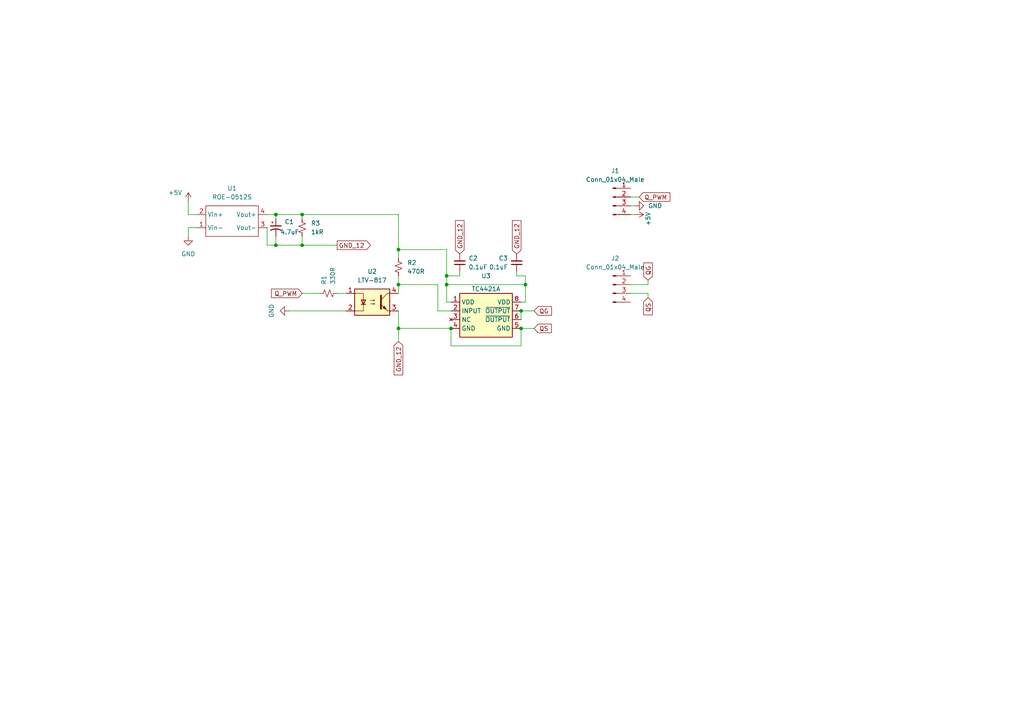
<source format=kicad_sch>
(kicad_sch (version 20211123) (generator eeschema)
  (paper "A4")
  (lib_symbols
    (symbol "Connector:Conn_01x04_Male" (pin_names (offset 1.016) hide)
      (property "Reference" "J" (at 0 5.08 0))
      (property "Value" "Conn_01x04_Male" (at 0 -7.62 0))
      (symbol "Conn_01x04_Male_1_1"
        (polyline (pts (xy 1.27 -5.08) (xy 0.8636 -5.08)) (stroke (width 0.1524)))
        (polyline (pts (xy 1.27 -2.54) (xy 0.8636 -2.54)) (stroke (width 0.1524)))
        (polyline (pts (xy 1.27 0) (xy 0.8636 0)) (stroke (width 0.1524)))
        (polyline (pts (xy 1.27 2.54) (xy 0.8636 2.54)) (stroke (width 0.1524)))
        (rectangle (start 0.8636 -4.953) (end 0 -5.207) (stroke (width 0.1524)) (fill (type outline)))
        (rectangle (start 0.8636 -2.413) (end 0 -2.667) (stroke (width 0.1524)) (fill (type outline)))
        (rectangle (start 0.8636 0.127) (end 0 -0.127) (stroke (width 0.1524)) (fill (type outline)))
        (rectangle (start 0.8636 2.667) (end 0 2.413) (stroke (width 0.1524)) (fill (type outline)))
        (pin passive line (at 5.08 2.54 180) (length 3.81) (name "Pin_1") (number "1"))
        (pin passive line (at 5.08 0 180) (length 3.81) (name "Pin_2") (number "2"))
        (pin passive line (at 5.08 -2.54 180) (length 3.81) (name "Pin_3") (number "3"))
        (pin passive line (at 5.08 -5.08 180) (length 3.81) (name "Pin_4") (number "4"))
      )
    )
    (symbol "Device:C_Polarized_Small_US" (pin_numbers hide) (pin_names (offset 0.254) hide)
      (property "Reference" "C" (at 0.254 1.778 0))
      (property "Value" "C_Polarized_Small_US" (at 0.254 -2.032 0))
      (symbol "C_Polarized_Small_US_0_1"
        (polyline (pts (xy -1.524 0.508) (xy 1.524 0.508)) (stroke (width 0.3048)))
        (polyline (pts (xy -1.27 1.524) (xy -0.762 1.524)))
        (polyline (pts (xy -1.016 1.27) (xy -1.016 1.778)))
        (arc (start 1.524 -0.762) (mid 0 -0.3734) (end -1.524 -0.762) (stroke (width 0.3048)))
      )
      (symbol "C_Polarized_Small_US_1_1"
        (pin passive line (at 0 2.54 270) (length 2.032) (name "~") (number "1"))
        (pin passive line (at 0 -2.54 90) (length 2.032) (name "~") (number "2"))
      )
    )
    (symbol "Device:C_Small" (pin_numbers hide) (pin_names (offset 0.254) hide)
      (property "Reference" "C" (at 0.254 1.778 0))
      (property "Value" "C_Small" (at 0.254 -2.032 0))
      (symbol "C_Small_0_1"
        (polyline (pts (xy -1.524 -0.508) (xy 1.524 -0.508)) (stroke (width 0.3302)))
        (polyline (pts (xy -1.524 0.508) (xy 1.524 0.508)) (stroke (width 0.3048)))
      )
      (symbol "C_Small_1_1"
        (pin passive line (at 0 2.54 270) (length 2.032) (name "~") (number "1"))
        (pin passive line (at 0 -2.54 90) (length 2.032) (name "~") (number "2"))
      )
    )
    (symbol "Device:R_Small_US" (pin_numbers hide) (pin_names (offset 0.254) hide)
      (property "Reference" "R" (at 0.762 0.508 0))
      (property "Value" "R_Small_US" (at 0.762 -1.016 0))
      (symbol "R_Small_US_1_1"
        (polyline (pts (xy 0 0) (xy 1.016 -0.381) (xy 0 -0.762) (xy -1.016 -1.143) (xy 0 -1.524)))
        (polyline (pts (xy 0 1.524) (xy 1.016 1.143) (xy 0 0.762) (xy -1.016 0.381) (xy 0 0)))
        (pin passive line (at 0 2.54 270) (length 1.016) (name "~") (number "1"))
        (pin passive line (at 0 -2.54 90) (length 1.016) (name "~") (number "2"))
      )
    )
    (symbol "Driver_FET:TC4421"
      (property "Reference" "U?" (at 0 11.9507 0))
      (property "Value" "TC4421" (at 0 9.4107 0))
      (symbol "TC4421_0_1"
        (rectangle (start -7.62 7.62) (end 7.62 -5.08) (stroke (width 0.254)) (fill (type background)))
      )
      (symbol "TC4421_1_1"
        (pin power_in line (at -10.16 5.08 0) (length 2.54) (name "VDD") (number "1"))
        (pin input line (at -10.16 2.54 0) (length 2.54) (name "INPUT") (number "2"))
        (pin no_connect line (at -10.16 0 0) (length 2.54) (name "NC") (number "3"))
        (pin power_in line (at -10.16 -2.54 0) (length 2.54) (name "GND") (number "4"))
        (pin power_in line (at 10.16 -2.54 180) (length 2.54) (name "GND") (number "5"))
        (pin output line (at 10.16 0 180) (length 2.54) (name "~{OUTPUT}") (number "6"))
        (pin output line (at 10.16 2.54 180) (length 2.54) (name "~{OUTPUT}") (number "7"))
        (pin power_in line (at 10.16 5.08 180) (length 2.54) (name "VDD") (number "8"))
      )
    )
    (symbol "Isolator:LTV-817" (pin_names (offset 1.016))
      (property "Reference" "U" (at -5.08 5.08 0))
      (property "Value" "LTV-817" (at 0 5.08 0))
      (symbol "LTV-817_0_1"
        (rectangle (start -5.08 3.81) (end 5.08 -3.81) (stroke (width 0.254)) (fill (type background)))
        (polyline (pts (xy -3.175 -0.635) (xy -1.905 -0.635)) (stroke (width 0.254)))
        (polyline (pts (xy 2.54 0.635) (xy 4.445 2.54)))
        (polyline (pts (xy 4.445 -2.54) (xy 2.54 -0.635)) (fill (type outline)))
        (polyline (pts (xy 4.445 -2.54) (xy 5.08 -2.54)))
        (polyline (pts (xy 4.445 2.54) (xy 5.08 2.54)))
        (polyline (pts (xy -5.08 2.54) (xy -2.54 2.54) (xy -2.54 -0.762)))
        (polyline (pts (xy -2.54 -0.635) (xy -2.54 -2.54) (xy -5.08 -2.54)))
        (polyline (pts (xy 2.54 1.905) (xy 2.54 -1.905) (xy 2.54 -1.905)) (stroke (width 0.508)))
        (polyline (pts (xy -2.54 -0.635) (xy -3.175 0.635) (xy -1.905 0.635) (xy -2.54 -0.635)) (stroke (width 0.254)))
        (polyline (pts (xy -0.508 -0.508) (xy 0.762 -0.508) (xy 0.381 -0.635) (xy 0.381 -0.381) (xy 0.762 -0.508)))
        (polyline (pts (xy -0.508 0.508) (xy 0.762 0.508) (xy 0.381 0.381) (xy 0.381 0.635) (xy 0.762 0.508)))
        (polyline (pts (xy 3.048 -1.651) (xy 3.556 -1.143) (xy 4.064 -2.159) (xy 3.048 -1.651) (xy 3.048 -1.651)) (fill (type outline)))
      )
      (symbol "LTV-817_1_1"
        (pin passive line (at -7.62 2.54 0) (length 2.54) (name "~") (number "1"))
        (pin passive line (at -7.62 -2.54 0) (length 2.54) (name "~") (number "2"))
        (pin passive line (at 7.62 -2.54 180) (length 2.54) (name "~") (number "3"))
        (pin passive line (at 7.62 2.54 180) (length 2.54) (name "~") (number "4"))
      )
    )
    (symbol "ee463_symbol_library:ROE-0512S"
      (property "Reference" "U" (at 7.62 5.08 0))
      (property "Value" "ROE-0512S" (at -1.27 5.08 0))
      (symbol "ROE-0512S_0_1"
        (rectangle (start -7.62 3.81) (end 7.62 -5.08))
      )
      (symbol "ROE-0512S_1_1"
        (pin input line (at -10.16 1.27 0) (length 2.54) (name "Vin-") (number "1"))
        (pin input line (at -10.16 -2.54 0) (length 2.54) (name "Vin+") (number "2"))
        (pin input line (at 10.16 1.27 180) (length 2.54) (name "Vout-") (number "3"))
        (pin input line (at 10.16 -2.54 180) (length 2.54) (name "Vout+") (number "4"))
      )
    )
    (symbol "power:+5V" (power) (pin_names (offset 0))
      (property "Value" "+5V" (at 0 3.556 0))
      (symbol "+5V_0_1"
        (polyline (pts (xy -0.762 1.27) (xy 0 2.54)))
        (polyline (pts (xy 0 0) (xy 0 2.54)))
        (polyline (pts (xy 0 2.54) (xy 0.762 1.27)))
      )
      (symbol "+5V_1_1"
        (pin power_in line (at 0 0 90) (length 0) hide (name "+5V") (number "1"))
      )
    )
    (symbol "power:GND" (power) (pin_names (offset 0))
      (property "Value" "GND" (at 0 -3.81 0))
      (symbol "GND_0_1"
        (polyline (pts (xy 0 0) (xy 0 -1.27) (xy 1.27 -1.27) (xy 0 -2.54) (xy -1.27 -1.27) (xy 0 -1.27)))
      )
      (symbol "GND_1_1"
        (pin power_in line (at 0 0 270) (length 0) hide (name "GND") (number "1"))
      )
    )
  )
  (junction (at 152.4 82.55))
  (junction (at 151.13 90.17))
  (junction (at 129.54 82.55))
  (junction (at 151.13 95.25))
  (junction (at 115.57 82.55))
  (junction (at 130.81 95.25))
  (junction (at 87.63 71.12))
  (junction (at 80.01 71.12))
  (junction (at 87.63 62.23))
  (junction (at 80.01 62.23))
  (junction (at 115.57 95.25))
  (junction (at 129.54 80.01))
  (junction (at 115.57 72.39))
  (wire (pts (xy 149.86 78.74) (xy 149.86 80.01)))
  (wire (pts (xy 187.96 85.09) (xy 187.96 86.36)))
  (wire (pts (xy 54.61 62.23) (xy 57.15 62.23)))
  (wire (pts (xy 151.13 100.33) (xy 130.81 100.33)))
  (wire (pts (xy 87.63 63.5) (xy 87.63 62.23)))
  (wire (pts (xy 129.54 80.01) (xy 133.35 80.01)))
  (wire (pts (xy 54.61 66.04) (xy 57.15 66.04)))
  (wire (pts (xy 87.63 85.09) (xy 92.71 85.09)))
  (wire (pts (xy 184.15 62.23) (xy 182.88 62.23)))
  (wire (pts (xy 80.01 62.23) (xy 80.01 63.5)))
  (wire (pts (xy 87.63 71.12) (xy 97.79 71.12)))
  (wire (pts (xy 115.57 95.25) (xy 130.81 95.25)))
  (wire (pts (xy 182.88 57.15) (xy 185.42 57.15)))
  (wire (pts (xy 54.61 58.42) (xy 54.61 62.23)))
  (wire (pts (xy 152.4 82.55) (xy 152.4 87.63)))
  (wire (pts (xy 115.57 62.23) (xy 115.57 72.39)))
  (wire (pts (xy 151.13 90.17) (xy 154.94 90.17)))
  (wire (pts (xy 182.88 85.09) (xy 187.96 85.09)))
  (wire (pts (xy 54.61 66.04) (xy 54.61 68.58)))
  (wire (pts (xy 127 90.17) (xy 130.81 90.17)))
  (wire (pts (xy 182.88 59.69) (xy 184.15 59.69)))
  (wire (pts (xy 115.57 82.55) (xy 115.57 85.09)))
  (wire (pts (xy 129.54 82.55) (xy 129.54 87.63)))
  (wire (pts (xy 115.57 95.25) (xy 115.57 99.06)))
  (wire (pts (xy 83.82 90.17) (xy 100.33 90.17)))
  (wire (pts (xy 115.57 90.17) (xy 115.57 95.25)))
  (wire (pts (xy 151.13 95.25) (xy 151.13 100.33)))
  (wire (pts (xy 151.13 90.17) (xy 151.13 92.71)))
  (wire (pts (xy 87.63 62.23) (xy 80.01 62.23)))
  (wire (pts (xy 151.13 95.25) (xy 154.94 95.25)))
  (wire (pts (xy 129.54 82.55) (xy 152.4 82.55)))
  (wire (pts (xy 80.01 68.58) (xy 80.01 71.12)))
  (wire (pts (xy 77.47 62.23) (xy 80.01 62.23)))
  (wire (pts (xy 129.54 80.01) (xy 129.54 72.39)))
  (wire (pts (xy 130.81 87.63) (xy 129.54 87.63)))
  (wire (pts (xy 129.54 80.01) (xy 129.54 82.55)))
  (wire (pts (xy 77.47 71.12) (xy 80.01 71.12)))
  (wire (pts (xy 151.13 87.63) (xy 152.4 87.63)))
  (wire (pts (xy 152.4 80.01) (xy 152.4 82.55)))
  (wire (pts (xy 182.88 82.55) (xy 187.96 82.55)))
  (wire (pts (xy 115.57 72.39) (xy 115.57 74.93)))
  (wire (pts (xy 152.4 80.01) (xy 149.86 80.01)))
  (wire (pts (xy 130.81 100.33) (xy 130.81 95.25)))
  (wire (pts (xy 115.57 72.39) (xy 129.54 72.39)))
  (wire (pts (xy 133.35 78.74) (xy 133.35 80.01)))
  (wire (pts (xy 115.57 82.55) (xy 127 82.55)))
  (wire (pts (xy 87.63 68.58) (xy 87.63 71.12)))
  (wire (pts (xy 97.79 85.09) (xy 100.33 85.09)))
  (wire (pts (xy 127 82.55) (xy 127 90.17)))
  (wire (pts (xy 77.47 71.12) (xy 77.47 66.04)))
  (wire (pts (xy 187.96 81.28) (xy 187.96 82.55)))
  (wire (pts (xy 115.57 62.23) (xy 87.63 62.23)))
  (wire (pts (xy 115.57 80.01) (xy 115.57 82.55)))
  (wire (pts (xy 80.01 71.12) (xy 87.63 71.12)))
  (global_label "Q_PWM" (shape input) (at 185.42 57.15 0) (property "Intersheet References" "${INTERSHEET_REFS}" (effects hide)))
  (global_label "GND_12" (shape input) (at 115.57 99.06 270) (property "Intersheet References" "${INTERSHEET_REFS}" (effects hide)))
  (global_label "GND_12" (shape input) (at 149.86 73.66 90) (property "Intersheet References" "${INTERSHEET_REFS}" (effects hide)))
  (global_label "QS" (shape input) (at 187.96 86.36 270) (property "Intersheet References" "${INTERSHEET_REFS}" (effects hide)))
  (global_label "QG" (shape input) (at 187.96 81.28 90) (property "Intersheet References" "${INTERSHEET_REFS}" (effects hide)))
  (global_label "GND_12" (shape input) (at 133.35 73.66 90) (property "Intersheet References" "${INTERSHEET_REFS}" (effects hide)))
  (global_label "QS" (shape input) (at 154.94 95.25 0) (property "Intersheet References" "${INTERSHEET_REFS}" (effects hide)))
  (global_label "GND_12" (shape output) (at 97.79 71.12 0) (property "Intersheet References" "${INTERSHEET_REFS}" (effects hide)))
  (global_label "QG" (shape input) (at 154.94 90.17 0) (property "Intersheet References" "${INTERSHEET_REFS}" (effects hide)))
  (global_label "Q_PWM" (shape input) (at 87.63 85.09 180) (property "Intersheet References" "${INTERSHEET_REFS}" (effects hide)))
  (symbol (lib_id "power:GND") (at 83.82 90.17 270) (unit 1)
    (property "Reference" "#PWR0101" (effects hide))
    (property "Value" "GND" (at 78.74 90.17 0))
  )
  (symbol (lib_id "Device:R_Small_US") (at 95.25 85.09 270) (unit 1)
    (property "Reference" "R1" (at 93.9799 82.55 0) (effects (justify right)))
    (property "Value" "330R" (at 96.5199 82.55 0) (effects (justify right)))
    (property "Footprint" "Resistor_SMD:R_0805_2012Metric_Pad1.20x1.40mm_HandSolder" (effects hide))
  )
  (symbol (lib_id "Device:R_Small_US") (at 115.57 77.47 180) (unit 1)
    (property "Reference" "R2" (at 118.11 76.1999 0) (effects (justify right)))
    (property "Value" "470R" (at 118.11 78.7399 0) (effects (justify right)))
    (property "Footprint" "Resistor_SMD:R_0805_2012Metric_Pad1.20x1.40mm_HandSolder" (effects hide))
  )
  (symbol (lib_id "ee463_symbol_library:ROE-0512S") (at 67.31 64.77 0) (mirror x) (unit 1)
    (property "Reference" "U1" (at 67.31 54.61 0))
    (property "Value" "ROE-0512S" (at 67.31 57.15 0))
    (property "Footprint" "ee463_footprint_lib:ROE-0512S" (effects hide))
  )
  (symbol (lib_id "Connector:Conn_01x04_Male") (at 177.8 82.55 0) (unit 1)
    (property "Reference" "J2" (at 178.435 74.93 0))
    (property "Value" "Conn_01x04_Male" (at 178.435 77.47 0))
    (property "Footprint" "Connector_PinHeader_2.54mm:PinHeader_1x04_P2.54mm_Vertical" (effects hide))
  )
  (symbol (lib_id "Device:R_Small_US") (at 87.63 66.04 180) (unit 1)
    (property "Reference" "R3" (at 90.17 64.7699 0) (effects (justify right)))
    (property "Value" "1kR" (at 90.17 67.3099 0) (effects (justify right)))
    (property "Footprint" "Resistor_SMD:R_0805_2012Metric_Pad1.20x1.40mm_HandSolder" (effects hide))
  )
  (symbol (lib_id "Device:C_Small") (at 149.86 76.2 0) (mirror x) (unit 1)
    (property "Reference" "C3" (at 147.32 74.9235 0) (effects (justify right)))
    (property "Value" "0.1uF" (at 147.32 77.4635 0) (effects (justify right)))
    (property "Footprint" "Capacitor_SMD:C_0805_2012Metric_Pad1.18x1.45mm_HandSolder" (effects hide))
  )
  (symbol (lib_id "power:+5V") (at 184.15 62.23 270) (unit 1)
    (property "Reference" "#PWR0104" (effects hide))
    (property "Value" "+5V" (at 187.96 63.5 0))
  )
  (symbol (lib_id "Device:C_Small") (at 133.35 76.2 180) (unit 1)
    (property "Reference" "C2" (at 135.89 74.9235 0) (effects (justify right)))
    (property "Value" "0.1uF" (at 135.89 77.4635 0) (effects (justify right)))
    (property "Footprint" "Capacitor_SMD:C_0805_2012Metric_Pad1.18x1.45mm_HandSolder" (effects hide))
  )
  (symbol (lib_id "Device:C_Polarized_Small_US") (at 80.01 66.04 0) (unit 1)
    (property "Reference" "C1" (at 82.55 64.3381 0) (effects (justify left)))
    (property "Value" "4.7uF" (at 81.28 67.31 0) (effects (justify left)))
    (property "Footprint" "Capacitor_SMD:CP_Elec_4x5.4" (effects hide))
  )
  (symbol (lib_id "Isolator:LTV-817") (at 107.95 87.63 0) (unit 1)
    (property "Reference" "U2" (at 107.95 78.74 0))
    (property "Value" "LTV-817" (at 107.95 81.28 0))
    (property "Footprint" "Package_DIP:SMDIP-4_W7.62mm" (effects hide))
    (property "Datasheet" "http://www.us.liteon.com/downloads/LTV-817-827-847.PDF" (effects hide))
  )
  (symbol (lib_id "power:+5V") (at 54.61 58.42 0) (unit 1)
    (property "Reference" "#PWR0102" (effects hide))
    (property "Value" "+5V" (at 50.8 55.88 0))
  )
  (symbol (lib_id "Driver_FET:TC4421") (at 140.97 92.71 0) (unit 1)
    (property "Reference" "U3" (at 140.97 80.01 0))
    (property "Value" "TC4421A" (at 140.97 83.82 0))
    (property "Footprint" "Package_SO:SOIC-8_3.9x4.9mm_P1.27mm" (effects hide))
    (property "Datasheet" "http://ww1.microchip.com/downloads/en/DeviceDoc/20001420F.pdf" (effects hide))
  )
  (symbol (lib_id "power:GND") (at 54.61 68.58 0) (unit 1)
    (property "Reference" "#PWR0103" (effects hide))
    (property "Value" "GND" (at 54.61 73.66 0))
  )
  (symbol (lib_id "power:GND") (at 184.15 59.69 90) (unit 1)
    (property "Reference" "#PWR0105" (effects hide))
    (property "Value" "GND" (at 187.96 59.69 90) (effects (justify right)))
  )
  (symbol (lib_id "Connector:Conn_01x04_Male") (at 177.8 57.15 0) (unit 1)
    (property "Reference" "J1" (at 178.435 49.53 0))
    (property "Value" "Conn_01x04_Male" (at 178.435 52.07 0))
    (property "Footprint" "Connector_PinHeader_2.54mm:PinHeader_1x04_P2.54mm_Vertical" (effects hide))
  )
)
</source>
